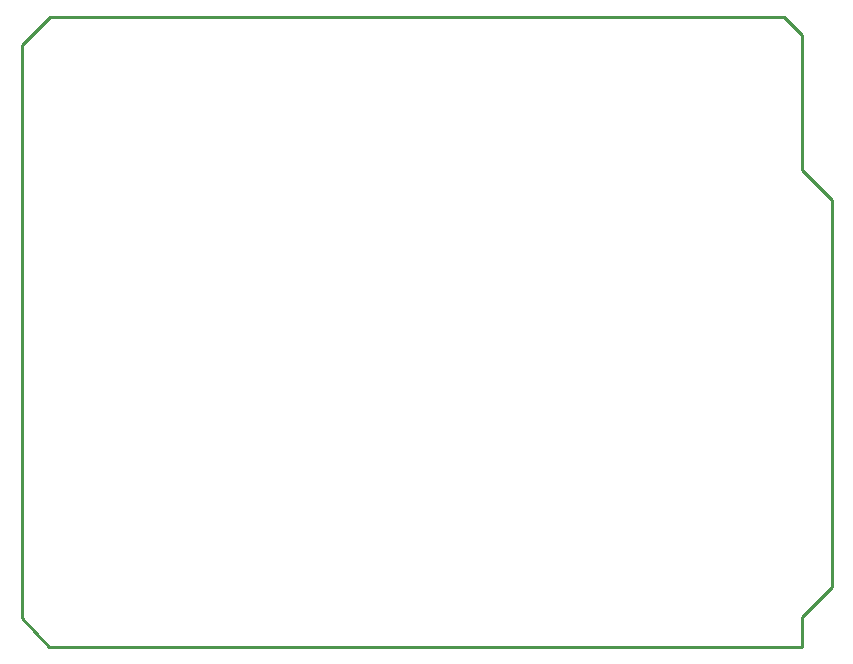
<source format=gko>
G04 Layer: BoardOutline*
G04 EasyEDA v6.4.7, 2020-11-04T13:22:21+08:00*
G04 c75b3099a9074dceb9129db7a55e819f,07195eaca447455c8232cfd30933a766,10*
G04 Gerber Generator version 0.2*
G04 Scale: 100 percent, Rotated: No, Reflected: No *
G04 Dimensions in inches *
G04 leading zeros omitted , absolute positions ,2 integer and 4 decimal *
%FSLAX24Y24*%
%MOIN*%
G90*
D02*

%ADD10C,0.010000*%
G54D10*
G01X24100Y0D02*
G01X900Y0D01*
G01X0Y950D01*
G01X0Y20050D01*
G01X950Y21000D01*
G01X25400Y21000D01*
G01X26000Y20400D01*
G01X26000Y15900D01*
G01X27000Y14900D01*
G01X27000Y2000D01*
G01X26000Y1000D01*
G01X26000Y1000D01*
G01X26000Y1000D01*
G01X26000Y0D01*
G01X24100Y0D01*

%LPD*%
M00*
M02*

</source>
